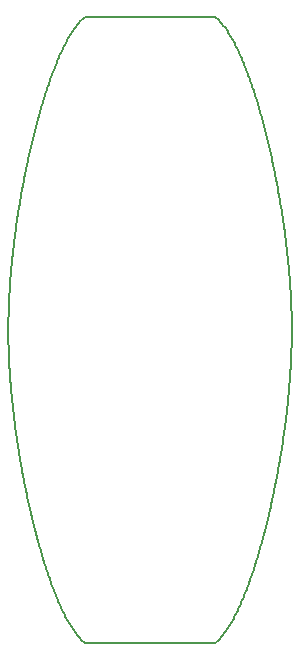
<source format=gbr>
G04 #@! TF.GenerationSoftware,KiCad,Pcbnew,5.1.5*
G04 #@! TF.CreationDate,2020-03-24T00:38:53+03:00*
G04 #@! TF.ProjectId,nordic-switch,6e6f7264-6963-42d7-9377-697463682e6b,1.0*
G04 #@! TF.SameCoordinates,Original*
G04 #@! TF.FileFunction,Profile,NP*
%FSLAX46Y46*%
G04 Gerber Fmt 4.6, Leading zero omitted, Abs format (unit mm)*
G04 Created by KiCad (PCBNEW 5.1.5) date 2020-03-24 00:38:53*
%MOMM*%
%LPD*%
G04 APERTURE LIST*
%ADD10C,0.200000*%
G04 APERTURE END LIST*
D10*
X132400000Y-99750000D02*
X132400448Y-99543045D01*
X132400448Y-99543045D02*
X132401733Y-99342935D01*
X132401733Y-99342935D02*
X132403991Y-99130428D01*
X132403991Y-99130428D02*
X132407036Y-98924844D01*
X132407036Y-98924844D02*
X132410847Y-98722398D01*
X132410847Y-98722398D02*
X132415562Y-98515326D01*
X132415562Y-98515326D02*
X132420999Y-98311465D01*
X132420999Y-98311465D02*
X132426977Y-98114818D01*
X132426977Y-98114818D02*
X132434116Y-97905724D01*
X132434116Y-97905724D02*
X132441440Y-97711837D01*
X132441440Y-97711837D02*
X132449797Y-97509475D01*
X132449797Y-97509475D02*
X132459083Y-97302574D01*
X132459083Y-97302574D02*
X132468335Y-97111100D01*
X132468335Y-97111100D02*
X132478238Y-96919173D01*
X132478238Y-96919173D02*
X132488786Y-96726817D01*
X132488786Y-96726817D02*
X132499970Y-96534042D01*
X132499970Y-96534042D02*
X132511791Y-96340872D01*
X132511791Y-96340872D02*
X132523976Y-96151359D01*
X132523976Y-96151359D02*
X132537318Y-95953416D01*
X132537318Y-95953416D02*
X132551015Y-95759166D01*
X132551015Y-95759166D02*
X132565328Y-95564592D01*
X132565328Y-95564592D02*
X132580251Y-95369712D01*
X132580251Y-95369712D02*
X132595782Y-95174547D01*
X132595782Y-95174547D02*
X132611570Y-94983185D01*
X132611570Y-94983185D02*
X132627578Y-94795663D01*
X132627578Y-94795663D02*
X132644495Y-94603845D01*
X132644495Y-94603845D02*
X132662355Y-94407730D01*
X132662355Y-94407730D02*
X132679627Y-94223693D01*
X132679627Y-94223693D02*
X132699819Y-94014929D01*
X132699819Y-94014929D02*
X132719413Y-93818279D01*
X132719413Y-93818279D02*
X132739578Y-93621488D01*
X132739578Y-93621488D02*
X132759867Y-93428671D01*
X132759867Y-93428671D02*
X132779796Y-93243968D01*
X132779796Y-93243968D02*
X132800214Y-93059186D01*
X132800214Y-93059186D02*
X132822055Y-92866124D01*
X132822055Y-92866124D02*
X132842978Y-92685339D01*
X132842978Y-92685339D02*
X132866322Y-92488083D01*
X132866322Y-92488083D02*
X132888694Y-92303137D01*
X132888694Y-92303137D02*
X132912560Y-92109970D01*
X132912560Y-92109970D02*
X132935362Y-91929148D01*
X132935362Y-91929148D02*
X132960739Y-91731919D01*
X132960739Y-91731919D02*
X132986635Y-91534741D01*
X132986635Y-91534741D02*
X133013044Y-91337631D01*
X133013044Y-91337631D02*
X133037133Y-91161126D01*
X133037133Y-91161126D02*
X133062205Y-90980605D01*
X133062205Y-90980605D02*
X133087696Y-90800183D01*
X133087696Y-90800183D02*
X133114198Y-90615784D01*
X133114198Y-90615784D02*
X133143548Y-90415147D01*
X133143548Y-90415147D02*
X133172178Y-90222868D01*
X133172178Y-90222868D02*
X133199399Y-90043028D01*
X133199399Y-90043028D02*
X133227022Y-89863364D01*
X133227022Y-89863364D02*
X133254404Y-89687965D01*
X133254404Y-89687965D02*
X133285413Y-89492399D01*
X133285413Y-89492399D02*
X133314907Y-89309293D01*
X133314907Y-89309293D02*
X133346813Y-89114247D01*
X133346813Y-89114247D02*
X133376459Y-88935713D01*
X133376459Y-88935713D02*
X133414051Y-88712915D01*
X133414051Y-88712915D02*
X133444549Y-88534990D01*
X133444549Y-88534990D02*
X133476123Y-88353326D01*
X133476123Y-88353326D02*
X133509508Y-88163929D01*
X133509508Y-88163929D02*
X133541864Y-87982939D01*
X133541864Y-87982939D02*
X133578987Y-87778242D01*
X133578987Y-87778242D02*
X133620302Y-87554026D01*
X133620302Y-87554026D02*
X133653163Y-87378279D01*
X133653163Y-87378279D02*
X133686369Y-87202914D01*
X133686369Y-87202914D02*
X133719919Y-87027949D01*
X133719919Y-87027949D02*
X133753812Y-86853398D01*
X133753812Y-86853398D02*
X133792732Y-86655564D01*
X133792732Y-86655564D02*
X133830499Y-86466184D01*
X133830499Y-86466184D02*
X133867059Y-86285205D01*
X133867059Y-86285205D02*
X133912045Y-86065585D01*
X133912045Y-86065585D02*
X133947757Y-85893584D01*
X133947757Y-85893584D02*
X133987898Y-85702634D01*
X133987898Y-85702634D02*
X134023441Y-85535597D01*
X134023441Y-85535597D02*
X134061794Y-85357473D01*
X134061794Y-85357473D02*
X134098788Y-85187653D01*
X134098788Y-85187653D02*
X134136084Y-85018399D01*
X134136084Y-85018399D02*
X134172823Y-84853552D01*
X134172823Y-84853552D02*
X134211566Y-84681640D01*
X134211566Y-84681640D02*
X134249744Y-84514162D01*
X134249744Y-84514162D02*
X134288210Y-84347306D01*
X134288210Y-84347306D02*
X134326956Y-84181083D01*
X134326956Y-84181083D02*
X134367764Y-84007998D01*
X134367764Y-84007998D02*
X134408873Y-83835638D01*
X134408873Y-83835638D02*
X134452084Y-83656575D01*
X134452084Y-83656575D02*
X134495616Y-83478338D01*
X134495616Y-83478338D02*
X134535794Y-83315690D01*
X134535794Y-83315690D02*
X134576232Y-83153769D01*
X134576232Y-83153769D02*
X134620641Y-82977966D01*
X134620641Y-82977966D02*
X134661612Y-82817601D01*
X134661612Y-82817601D02*
X134702831Y-82658002D01*
X134702831Y-82658002D02*
X134744298Y-82499182D01*
X134744298Y-82499182D02*
X134788857Y-82330411D01*
X134788857Y-82330411D02*
X134834644Y-82159003D01*
X134834644Y-82159003D02*
X134877821Y-81999199D01*
X134877821Y-81999199D02*
X134923176Y-81833229D01*
X134923176Y-81833229D02*
X134966841Y-81675237D01*
X134966841Y-81675237D02*
X135011718Y-81514671D01*
X135011718Y-81514671D02*
X135055849Y-81358530D01*
X135055849Y-81358530D02*
X135102180Y-81196453D01*
X135102180Y-81196453D02*
X135149749Y-81032001D01*
X135149749Y-81032001D02*
X135195565Y-80875437D01*
X135195565Y-80875437D02*
X135242609Y-80716536D01*
X135242609Y-80716536D02*
X135293911Y-80545345D01*
X135293911Y-80545345D02*
X135343447Y-80382103D01*
X135343447Y-80382103D02*
X135393221Y-80220088D01*
X135393221Y-80220088D02*
X135444252Y-80056051D01*
X135444252Y-80056051D02*
X135493461Y-79899815D01*
X135493461Y-79899815D02*
X135542885Y-79744815D01*
X135542885Y-79744815D02*
X135593550Y-79587876D01*
X135593550Y-79587876D02*
X135644431Y-79432263D01*
X135644431Y-79432263D02*
X135697604Y-79271724D01*
X135697604Y-79271724D02*
X135750996Y-79112663D01*
X135750996Y-79112663D02*
X135802497Y-78961252D01*
X135802497Y-78961252D02*
X135858416Y-78799060D01*
X135858416Y-78799060D02*
X135912431Y-78644566D01*
X135912431Y-78644566D02*
X135968769Y-78485668D01*
X135968769Y-78485668D02*
X136022107Y-78337338D01*
X136022107Y-78337338D02*
X136075622Y-78190554D01*
X136075622Y-78190554D02*
X136131460Y-78039561D01*
X136131460Y-78039561D02*
X136189638Y-77884583D01*
X136189638Y-77884583D02*
X136252330Y-77720216D01*
X136252330Y-77720216D02*
X136308715Y-77574725D01*
X136308715Y-77574725D02*
X136365260Y-77431024D01*
X136365260Y-77431024D02*
X136424143Y-77283719D01*
X136424143Y-77283719D02*
X136483188Y-77138398D01*
X136483188Y-77138398D02*
X136544579Y-76989818D01*
X136544579Y-76989818D02*
X136608331Y-76838242D01*
X136608331Y-76838242D02*
X136670034Y-76694149D01*
X136670034Y-76694149D02*
X136731881Y-76552306D01*
X136731881Y-76552306D02*
X136793861Y-76412742D01*
X136793861Y-76412742D02*
X136858191Y-76270626D01*
X136858191Y-76270626D02*
X136924873Y-76126249D01*
X136924873Y-76126249D02*
X136989453Y-75989269D01*
X136989453Y-75989269D02*
X137056377Y-75850273D01*
X137056377Y-75850273D02*
X137123411Y-75714068D01*
X137123411Y-75714068D02*
X137190546Y-75580687D01*
X137190546Y-75580687D02*
X137260012Y-75445863D01*
X137260012Y-75445863D02*
X137329567Y-75314135D01*
X137329567Y-75314135D02*
X137401445Y-75181444D01*
X137401445Y-75181444D02*
X137475644Y-75048150D01*
X137475644Y-75048150D02*
X137549905Y-74918500D01*
X137549905Y-74918500D02*
X137624218Y-74792541D01*
X137624218Y-74792541D02*
X137700823Y-74666677D01*
X137700823Y-74666677D02*
X137779708Y-74541311D01*
X137779708Y-74541311D02*
X137860862Y-74416868D01*
X137860862Y-74416868D02*
X137944269Y-74293792D01*
X137944269Y-74293792D02*
X138027658Y-74175676D01*
X138027658Y-74175676D02*
X138113264Y-74059597D01*
X138113264Y-74059597D02*
X138201063Y-73946051D01*
X138201063Y-73946051D02*
X138293280Y-73832868D01*
X138293280Y-73832868D02*
X138387627Y-73723594D01*
X138387627Y-73723594D02*
X138490799Y-73611774D01*
X138490799Y-73611774D02*
X138591529Y-73510455D01*
X138591529Y-73510455D02*
X138696493Y-73413288D01*
X138696493Y-73413288D02*
X138805622Y-73321545D01*
X138805622Y-73321545D02*
X138900000Y-73250000D01*
X156400000Y-99750000D02*
X156399494Y-99968472D01*
X156399494Y-99968472D02*
X156398162Y-100168628D01*
X156398162Y-100168628D02*
X156395953Y-100373436D01*
X156395953Y-100373436D02*
X156392956Y-100575148D01*
X156392956Y-100575148D02*
X156389228Y-100773695D01*
X156389228Y-100773695D02*
X156384528Y-100980753D01*
X156384528Y-100980753D02*
X156379105Y-101184600D01*
X156379105Y-101184600D02*
X156372886Y-101389112D01*
X156372886Y-101389112D02*
X156365733Y-101598220D01*
X156365733Y-101598220D02*
X156358083Y-101800044D01*
X156358083Y-101800044D02*
X156350025Y-101994492D01*
X156350025Y-101994492D02*
X156341094Y-102193434D01*
X156341094Y-102193434D02*
X156331656Y-102388892D01*
X156331656Y-102388892D02*
X156321755Y-102580816D01*
X156321755Y-102580816D02*
X156311209Y-102773177D01*
X156311209Y-102773177D02*
X156299060Y-102982031D01*
X156299060Y-102982031D02*
X156287187Y-103175235D01*
X156287187Y-103175235D02*
X156274683Y-103368813D01*
X156274683Y-103368813D02*
X156261836Y-103558708D01*
X156261836Y-103558708D02*
X156248101Y-103752978D01*
X156248101Y-103752978D02*
X156233444Y-103951630D01*
X156233444Y-103951630D02*
X156216873Y-104166850D01*
X156216873Y-104166850D02*
X156201895Y-104353931D01*
X156201895Y-104353931D02*
X156185332Y-104553477D01*
X156185332Y-104553477D02*
X156167075Y-104765524D01*
X156167075Y-104765524D02*
X156149977Y-104957411D01*
X156149977Y-104957411D02*
X156133080Y-105141321D01*
X156133080Y-105141321D02*
X156115671Y-105325401D01*
X156115671Y-105325401D02*
X156097350Y-105513730D01*
X156097350Y-105513730D02*
X156078919Y-105698106D01*
X156078919Y-105698106D02*
X156058711Y-105894913D01*
X156058711Y-105894913D02*
X156037934Y-106091837D01*
X156037934Y-106091837D02*
X156018399Y-106272445D01*
X156018399Y-106272445D02*
X155998399Y-106453127D01*
X155998399Y-106453127D02*
X155977935Y-106633867D01*
X155977935Y-106633867D02*
X155957013Y-106814653D01*
X155957013Y-106814653D02*
X155935636Y-106995470D01*
X155935636Y-106995470D02*
X155913807Y-107176306D01*
X155913807Y-107176306D02*
X155891530Y-107357142D01*
X155891530Y-107357142D02*
X155868809Y-107537969D01*
X155868809Y-107537969D02*
X155843520Y-107735207D01*
X155843520Y-107735207D02*
X155819881Y-107915965D01*
X155819881Y-107915965D02*
X155795256Y-108100775D01*
X155795256Y-108100775D02*
X155771307Y-108277304D01*
X155771307Y-108277304D02*
X155746951Y-108453754D01*
X155746951Y-108453754D02*
X155721612Y-108634212D01*
X155721612Y-108634212D02*
X155695264Y-108818657D01*
X155695264Y-108818657D02*
X155669681Y-108994784D01*
X155669681Y-108994784D02*
X155643100Y-109174868D01*
X155643100Y-109174868D02*
X155614871Y-109362976D01*
X155614871Y-109362976D02*
X155587457Y-109542734D01*
X155587457Y-109542734D02*
X155560278Y-109718230D01*
X155560278Y-109718230D02*
X155532723Y-109893541D01*
X155532723Y-109893541D02*
X155498242Y-110109346D01*
X155498242Y-110109346D02*
X155467191Y-110300446D01*
X155467191Y-110300446D02*
X155437726Y-110479101D01*
X155437726Y-110479101D02*
X155407197Y-110661550D01*
X155407197Y-110661550D02*
X155377654Y-110835629D01*
X155377654Y-110835629D02*
X155337947Y-111065966D01*
X155337947Y-111065966D02*
X155301891Y-111271627D01*
X155301891Y-111271627D02*
X155269673Y-111452739D01*
X155269673Y-111452739D02*
X155232699Y-111657581D01*
X155232699Y-111657581D02*
X155199678Y-111837934D01*
X155199678Y-111837934D02*
X155164797Y-112025899D01*
X155164797Y-112025899D02*
X155122712Y-112249291D01*
X155122712Y-112249291D02*
X155081603Y-112464100D01*
X155081603Y-112464100D02*
X155047728Y-112638669D01*
X155047728Y-112638669D02*
X155005693Y-112852328D01*
X155005693Y-112852328D02*
X154970283Y-113029869D01*
X154970283Y-113029869D02*
X154934528Y-113206928D01*
X154934528Y-113206928D02*
X154896821Y-113391329D01*
X154896821Y-113391329D02*
X154862004Y-113559547D01*
X154862004Y-113559547D02*
X154826064Y-113731181D01*
X154826064Y-113731181D02*
X154789809Y-113902302D01*
X154789809Y-113902302D02*
X154752410Y-114076761D01*
X154752410Y-114076761D02*
X154714691Y-114250650D01*
X154714691Y-114250650D02*
X154674957Y-114431645D01*
X154674957Y-114431645D02*
X154638306Y-114596662D01*
X154638306Y-114596662D02*
X154598788Y-114772569D01*
X154598788Y-114772569D02*
X154561557Y-114936410D01*
X154561557Y-114936410D02*
X154523177Y-115103453D01*
X154523177Y-115103453D02*
X154483631Y-115273639D01*
X154483631Y-115273639D02*
X154442902Y-115446910D01*
X154442902Y-115446910D02*
X154402768Y-115615719D01*
X154402768Y-115615719D02*
X154359643Y-115795002D01*
X154359643Y-115795002D02*
X154317106Y-115969756D01*
X154317106Y-115969756D02*
X154275183Y-116140016D01*
X154275183Y-116140016D02*
X154231132Y-116316837D01*
X154231132Y-116316837D02*
X154190481Y-116478157D01*
X154190481Y-116478157D02*
X154149579Y-116638730D01*
X154149579Y-116638730D02*
X154106551Y-116805788D01*
X154106551Y-116805788D02*
X154065140Y-116964784D01*
X154065140Y-116964784D02*
X154022539Y-117126578D01*
X154022539Y-117126578D02*
X153976821Y-117298228D01*
X153976821Y-117298228D02*
X153931785Y-117465356D01*
X153931785Y-117465356D02*
X153884554Y-117638580D01*
X153884554Y-117638580D02*
X153837040Y-117810748D01*
X153837040Y-117810748D02*
X153791209Y-117974880D01*
X153791209Y-117974880D02*
X153747091Y-118131081D01*
X153747091Y-118131081D02*
X153701761Y-118289785D01*
X153701761Y-118289785D02*
X153652229Y-118461161D01*
X153652229Y-118461161D02*
X153605424Y-118621162D01*
X153605424Y-118621162D02*
X153558386Y-118780086D01*
X153558386Y-118780086D02*
X153512131Y-118934572D01*
X153512131Y-118934572D02*
X153456544Y-119117888D01*
X153456544Y-119117888D02*
X153408806Y-119273316D01*
X153408806Y-119273316D02*
X153359832Y-119430866D01*
X153359832Y-119430866D02*
X153310640Y-119587204D01*
X153310640Y-119587204D02*
X153261235Y-119742308D01*
X153261235Y-119742308D02*
X153211622Y-119896162D01*
X153211622Y-119896162D02*
X153160764Y-120051913D01*
X153160764Y-120051913D02*
X153109698Y-120206319D01*
X153109698Y-120206319D02*
X153057383Y-120362476D01*
X153057383Y-120362476D02*
X153005916Y-120514115D01*
X153005916Y-120514115D02*
X152954256Y-120664352D01*
X152954256Y-120664352D02*
X152901347Y-120816193D01*
X152901347Y-120816193D02*
X152848249Y-120966533D01*
X152848249Y-120966533D02*
X152794970Y-121115355D01*
X152794970Y-121115355D02*
X152737227Y-121274352D01*
X152737227Y-121274352D02*
X152681432Y-121425738D01*
X152681432Y-121425738D02*
X152623297Y-121581130D01*
X152623297Y-121581130D02*
X152564975Y-121734650D01*
X152564975Y-121734650D02*
X152508643Y-121880689D01*
X152508643Y-121880689D02*
X152447794Y-122035965D01*
X152447794Y-122035965D02*
X152386764Y-122189141D01*
X152386764Y-122189141D02*
X152325562Y-122340191D01*
X152325562Y-122340191D02*
X152262000Y-122494361D01*
X152262000Y-122494361D02*
X152202666Y-122635789D01*
X152202666Y-122635789D02*
X152140988Y-122780277D01*
X152140988Y-122780277D02*
X152076954Y-122927561D01*
X152076954Y-122927561D02*
X152014991Y-123067452D01*
X152014991Y-123067452D02*
X151950681Y-123209908D01*
X151950681Y-123209908D02*
X151884016Y-123354647D01*
X151884016Y-123354647D02*
X151819452Y-123491979D01*
X151819452Y-123491979D02*
X151752544Y-123631343D01*
X151752544Y-123631343D02*
X151685524Y-123767924D01*
X151685524Y-123767924D02*
X151616165Y-123906095D01*
X151616165Y-123906095D02*
X151546706Y-124041213D01*
X151546706Y-124041213D02*
X151477159Y-124173243D01*
X151477159Y-124173243D02*
X151405286Y-124306248D01*
X151405286Y-124306248D02*
X151333345Y-124435877D01*
X151333345Y-124435877D02*
X151259088Y-124565970D01*
X151259088Y-124565970D02*
X151182530Y-124696152D01*
X151182530Y-124696152D02*
X151105928Y-124822370D01*
X151105928Y-124822370D02*
X151024791Y-124951633D01*
X151024791Y-124951633D02*
X150945891Y-125072929D01*
X150945891Y-125072929D02*
X150864737Y-125193128D01*
X150864737Y-125193128D02*
X150781347Y-125311786D01*
X150781347Y-125311786D02*
X150695735Y-125428427D01*
X150695735Y-125428427D02*
X150607931Y-125542557D01*
X150607931Y-125542557D02*
X150517952Y-125653662D01*
X150517952Y-125653662D02*
X150421342Y-125766283D01*
X150421342Y-125766283D02*
X150324879Y-125871737D01*
X150324879Y-125871737D02*
X150215172Y-125983032D01*
X150215172Y-125983032D02*
X150110191Y-126080769D01*
X150110191Y-126080769D02*
X150001042Y-126173113D01*
X150001042Y-126173113D02*
X149900000Y-126250000D01*
X149900000Y-73250000D02*
X150014389Y-73337657D01*
X150014389Y-73337657D02*
X150123578Y-73431204D01*
X150123578Y-73431204D02*
X150230827Y-73532274D01*
X150230827Y-73532274D02*
X150331605Y-73635378D01*
X150331605Y-73635378D02*
X150430324Y-73743883D01*
X150430324Y-73743883D02*
X150524698Y-73854450D01*
X150524698Y-73854450D02*
X150614682Y-73966011D01*
X150614682Y-73966011D02*
X150702491Y-74080577D01*
X150702491Y-74080577D02*
X150788107Y-74197639D01*
X150788107Y-74197639D02*
X150876007Y-74323276D01*
X150876007Y-74323276D02*
X150957164Y-74444124D01*
X150957164Y-74444124D02*
X151036061Y-74566041D01*
X151036061Y-74566041D02*
X151114942Y-74692263D01*
X151114942Y-74692263D02*
X151193793Y-74822737D01*
X151193793Y-74822737D02*
X151268093Y-74949594D01*
X151268093Y-74949594D02*
X151342340Y-75080131D01*
X151342340Y-75080131D02*
X151414274Y-75210184D01*
X151414274Y-75210184D02*
X151486138Y-75343608D01*
X151486138Y-75343608D02*
X151555674Y-75476039D01*
X151555674Y-75476039D02*
X151625122Y-75611556D01*
X151625122Y-75611556D02*
X151692230Y-75745598D01*
X151692230Y-75745598D02*
X151759240Y-75882458D01*
X151759240Y-75882458D02*
X151828363Y-76026802D01*
X151828363Y-76026802D02*
X151892913Y-76164486D01*
X151892913Y-76164486D02*
X151957339Y-76304701D01*
X151957339Y-76304701D02*
X152021635Y-76447418D01*
X152021635Y-76447418D02*
X152083585Y-76587555D01*
X152083585Y-76587555D02*
X152145398Y-76729961D01*
X152145398Y-76729961D02*
X152207065Y-76874611D01*
X152207065Y-76874611D02*
X152268581Y-77021472D01*
X152268581Y-77021472D02*
X152327751Y-77165159D01*
X152327751Y-77165159D02*
X152386764Y-77310849D01*
X152386764Y-77310849D02*
X152445618Y-77458519D01*
X152445618Y-77458519D02*
X152502132Y-77602565D01*
X152502132Y-77602565D02*
X152558485Y-77748398D01*
X152558485Y-77748398D02*
X152614670Y-77895997D01*
X152614670Y-77895997D02*
X152674980Y-78056897D01*
X152674980Y-78056897D02*
X152730799Y-78208086D01*
X152730799Y-78208086D02*
X152786429Y-78360967D01*
X152786429Y-78360967D02*
X152841866Y-78515518D01*
X152841866Y-78515518D02*
X152900287Y-78680776D01*
X152900287Y-78680776D02*
X152952142Y-78829536D01*
X152952142Y-78829536D02*
X153004863Y-78982796D01*
X153004863Y-78982796D02*
X153057383Y-79137515D01*
X153057383Y-79137515D02*
X153109698Y-79293671D01*
X153109698Y-79293671D02*
X153160764Y-79448079D01*
X153160764Y-79448079D02*
X153211622Y-79603830D01*
X153211622Y-79603830D02*
X153264329Y-79767342D01*
X153264329Y-79767342D02*
X153313721Y-79922524D01*
X153313721Y-79922524D02*
X153362899Y-80078937D01*
X153362899Y-80078937D02*
X153411860Y-80236563D01*
X153411860Y-80236563D02*
X153459583Y-80392063D01*
X153459583Y-80392063D02*
X153508098Y-80552034D01*
X153508098Y-80552034D02*
X153558386Y-80719905D01*
X153558386Y-80719905D02*
X153605424Y-80878830D01*
X153605424Y-80878830D02*
X153652229Y-81038831D01*
X153652229Y-81038831D02*
X153699786Y-81203329D01*
X153699786Y-81203329D02*
X153749057Y-81375833D01*
X153749057Y-81375833D02*
X153799029Y-81552981D01*
X153799029Y-81552981D02*
X153846761Y-81724293D01*
X153846761Y-81724293D02*
X153891319Y-81886093D01*
X153891319Y-81886093D02*
X153937548Y-82055918D01*
X153937548Y-82055918D02*
X153980641Y-82216031D01*
X153980641Y-82216031D02*
X154026335Y-82387762D01*
X154026335Y-82387762D02*
X154072686Y-82564058D01*
X154072686Y-82564058D02*
X154116864Y-82734078D01*
X154116864Y-82734078D02*
X154157967Y-82894044D01*
X154157967Y-82894044D02*
X154199742Y-83058432D01*
X154199742Y-83058432D02*
X154240335Y-83219922D01*
X154240335Y-83219922D02*
X154284323Y-83396927D01*
X154284323Y-83396927D02*
X154327995Y-83574780D01*
X154327995Y-83574780D02*
X154371354Y-83753467D01*
X154371354Y-83753467D02*
X154412605Y-83925475D01*
X154412605Y-83925475D02*
X154453557Y-84098214D01*
X154453557Y-84098214D02*
X154492445Y-84264114D01*
X154492445Y-84264114D02*
X154534545Y-84445827D01*
X154534545Y-84445827D02*
X154572842Y-84613053D01*
X154572842Y-84613053D02*
X154612569Y-84788533D01*
X154612569Y-84788533D02*
X154651124Y-84960831D01*
X154651124Y-84960831D02*
X154687675Y-85126040D01*
X154687675Y-85126040D02*
X154724781Y-85295657D01*
X154724781Y-85295657D02*
X154762415Y-85469699D01*
X154762415Y-85469699D02*
X154801379Y-85652081D01*
X154801379Y-85652081D02*
X154838352Y-85827265D01*
X154838352Y-85827265D02*
X154873373Y-85995160D01*
X154873373Y-85995160D02*
X154908895Y-86167454D01*
X154908895Y-86167454D02*
X154944893Y-86344165D01*
X154944893Y-86344165D02*
X154982124Y-86529250D01*
X154982124Y-86529250D02*
X155017420Y-86706947D01*
X155017420Y-86706947D02*
X155053912Y-86893031D01*
X155053912Y-86893031D02*
X155087726Y-87067677D01*
X155087726Y-87067677D02*
X155130269Y-87290547D01*
X155130269Y-87290547D02*
X155163304Y-87466105D01*
X155163304Y-87466105D02*
X155195985Y-87642041D01*
X155195985Y-87642041D02*
X155239987Y-87882539D01*
X155239987Y-87882539D02*
X155271832Y-88059314D01*
X155271832Y-88059314D02*
X155308999Y-88268656D01*
X155308999Y-88268656D02*
X155342855Y-88462286D01*
X155342855Y-88462286D02*
X155379727Y-88676498D01*
X155379727Y-88676498D02*
X155409244Y-88850595D01*
X155409244Y-88850595D02*
X155439748Y-89033064D01*
X155439748Y-89033064D02*
X155473834Y-89240180D01*
X155473834Y-89240180D02*
X155506098Y-89439479D01*
X155506098Y-89439479D02*
X155534658Y-89618673D01*
X155534658Y-89618673D02*
X155564729Y-89810317D01*
X155564729Y-89810317D02*
X155593097Y-89994011D01*
X155593097Y-89994011D02*
X155620429Y-90173804D01*
X155620429Y-90173804D02*
X155649783Y-90370130D01*
X155649783Y-90370130D02*
X155678053Y-90562537D01*
X155678053Y-90562537D02*
X155706442Y-90759195D01*
X155706442Y-90759195D02*
X155734335Y-90955996D01*
X155734335Y-90955996D02*
X155759462Y-91136503D01*
X155759462Y-91136503D02*
X155784725Y-91321209D01*
X155784725Y-91321209D02*
X155808447Y-91497777D01*
X155808447Y-91497777D02*
X155834437Y-91694943D01*
X155834437Y-91694943D02*
X155858335Y-91879837D01*
X155858335Y-91879837D02*
X155882803Y-92072982D01*
X155882803Y-92072982D02*
X155905757Y-92257928D01*
X155905757Y-92257928D02*
X155927750Y-92438764D01*
X155927750Y-92438764D02*
X155949293Y-92619590D01*
X155949293Y-92619590D02*
X155972275Y-92816823D01*
X155972275Y-92816823D02*
X155992863Y-92997577D01*
X155992863Y-92997577D02*
X156013442Y-93182381D01*
X156013442Y-93182381D02*
X156034417Y-93375323D01*
X156034417Y-93375323D02*
X156053998Y-93559960D01*
X156053998Y-93559960D02*
X156073502Y-93748598D01*
X156073502Y-93748598D02*
X156092077Y-93933010D01*
X156092077Y-93933010D02*
X156111339Y-94129570D01*
X156111339Y-94129570D02*
X156130022Y-94325956D01*
X156130022Y-94325956D02*
X156147754Y-94518069D01*
X156147754Y-94518069D02*
X156164206Y-94701820D01*
X156164206Y-94701820D02*
X156180833Y-94893528D01*
X156180833Y-94893528D02*
X156197561Y-95093146D01*
X156197561Y-95093146D02*
X156213664Y-95292491D01*
X156213664Y-95292491D02*
X156228210Y-95479368D01*
X156228210Y-95479368D02*
X156244276Y-95694344D01*
X156244276Y-95694344D02*
X156258460Y-95892748D01*
X156258460Y-95892748D02*
X156271461Y-96082726D01*
X156271461Y-96082726D02*
X156284120Y-96276397D01*
X156284120Y-96276397D02*
X156296396Y-96473718D01*
X156296396Y-96473718D02*
X156308241Y-96674647D01*
X156308241Y-96674647D02*
X156318962Y-96867119D01*
X156318962Y-96867119D02*
X156329241Y-97063160D01*
X156329241Y-97063160D02*
X156338846Y-97258736D01*
X156338846Y-97258736D02*
X156347945Y-97457802D01*
X156347945Y-97457802D02*
X156356172Y-97652378D01*
X156356172Y-97652378D02*
X156364146Y-97858292D01*
X156364146Y-97858292D02*
X156370945Y-98051763D01*
X156370945Y-98051763D02*
X156377159Y-98248604D01*
X156377159Y-98248604D02*
X156382638Y-98444834D01*
X156382638Y-98444834D02*
X156387466Y-98644342D01*
X156387466Y-98644342D02*
X156391587Y-98847066D01*
X156391587Y-98847066D02*
X156394897Y-99049063D01*
X156394897Y-99049063D02*
X156397430Y-99254174D01*
X156397430Y-99254174D02*
X156399150Y-99466173D01*
X156399150Y-99466173D02*
X156399929Y-99669621D01*
X156399929Y-99669621D02*
X156400000Y-99750000D01*
X149900000Y-126250000D02*
X138900000Y-126250000D01*
X138900000Y-126250000D02*
X138785603Y-126162334D01*
X138785603Y-126162334D02*
X138671951Y-126064762D01*
X138671951Y-126064762D02*
X138564687Y-125963305D01*
X138564687Y-125963305D02*
X138463902Y-125859847D01*
X138463902Y-125859847D02*
X138367422Y-125753555D01*
X138367422Y-125753555D02*
X138270797Y-125640107D01*
X138270797Y-125640107D02*
X138180808Y-125528245D01*
X138180808Y-125528245D02*
X138092993Y-125413384D01*
X138092993Y-125413384D02*
X138007378Y-125296043D01*
X138007378Y-125296043D02*
X137919472Y-125170122D01*
X137919472Y-125170122D02*
X137838317Y-125049018D01*
X137838317Y-125049018D02*
X137759423Y-124926855D01*
X137759423Y-124926855D02*
X137680543Y-124800388D01*
X137680543Y-124800388D02*
X137603947Y-124673466D01*
X137603947Y-124673466D02*
X137527397Y-124542590D01*
X137527397Y-124542590D02*
X137453153Y-124411831D01*
X137453153Y-124411831D02*
X137381221Y-124281566D01*
X137381221Y-124281566D02*
X137307121Y-124143702D01*
X137307121Y-124143702D02*
X137235352Y-124006637D01*
X137235352Y-124006637D02*
X137165920Y-123870728D01*
X137165920Y-123870728D02*
X137098820Y-123736306D01*
X137098820Y-123736306D02*
X137031827Y-123599074D01*
X137031827Y-123599074D02*
X136962717Y-123454350D01*
X136962717Y-123454350D02*
X136898185Y-123316314D01*
X136898185Y-123316314D02*
X136831555Y-123170860D01*
X136831555Y-123170860D02*
X136769497Y-123032694D01*
X136769497Y-123032694D02*
X136705358Y-122887173D01*
X136705358Y-122887173D02*
X136641368Y-122739223D01*
X136641368Y-122739223D02*
X136579731Y-122594096D01*
X136579731Y-122594096D02*
X136520442Y-122452063D01*
X136520442Y-122452063D02*
X136459113Y-122302630D01*
X136459113Y-122302630D02*
X136400135Y-122156496D01*
X136400135Y-122156496D02*
X136341317Y-122008391D01*
X136341317Y-122008391D02*
X136284839Y-121863929D01*
X136284839Y-121863929D02*
X136226361Y-121712025D01*
X136226361Y-121712025D02*
X136163757Y-121546759D01*
X136163757Y-121546759D02*
X136107814Y-121396757D01*
X136107814Y-121396757D02*
X136052056Y-121245046D01*
X136052056Y-121245046D02*
X135996482Y-121091646D01*
X135996482Y-121091646D02*
X135938978Y-120930589D01*
X135938978Y-120930589D02*
X135885928Y-120779886D01*
X135885928Y-120779886D02*
X135830957Y-120621570D01*
X135830957Y-120621570D02*
X135777250Y-120464755D01*
X135777250Y-120464755D02*
X135725844Y-120312662D01*
X135725844Y-120312662D02*
X135668382Y-120140310D01*
X135668382Y-120140310D02*
X135617406Y-119985324D01*
X135617406Y-119985324D02*
X135564573Y-119822598D01*
X135564573Y-119822598D02*
X135515060Y-119668144D01*
X135515060Y-119668144D02*
X135460630Y-119496155D01*
X135460630Y-119496155D02*
X135411565Y-119339107D01*
X135411565Y-119339107D02*
X135363735Y-119184166D01*
X135363735Y-119184166D02*
X135315112Y-119024756D01*
X135315112Y-119024756D02*
X135267723Y-118867535D01*
X135267723Y-118867535D02*
X135221560Y-118712592D01*
X135221560Y-118712592D02*
X135174622Y-118553207D01*
X135174622Y-118553207D02*
X135126926Y-118389329D01*
X135126926Y-118389329D02*
X135078491Y-118220904D01*
X135078491Y-118220904D02*
X135032284Y-118058303D01*
X135032284Y-118058303D02*
X134985348Y-117891193D01*
X134985348Y-117891193D02*
X134937706Y-117719528D01*
X134937706Y-117719528D02*
X134892268Y-117553867D01*
X134892268Y-117553867D02*
X134849009Y-117394352D01*
X134849009Y-117394352D02*
X134804088Y-117226825D01*
X134804088Y-117226825D02*
X134757542Y-117051179D01*
X134757542Y-117051179D02*
X134713175Y-116881769D01*
X134713175Y-116881769D02*
X134671893Y-116722364D01*
X134671893Y-116722364D02*
X134630862Y-116562190D01*
X134630862Y-116562190D02*
X134589153Y-116397591D01*
X134589153Y-116397591D02*
X134545880Y-116224853D01*
X134545880Y-116224853D02*
X134504725Y-116058684D01*
X134504725Y-116058684D02*
X134462033Y-115884338D01*
X134462033Y-115884338D02*
X134418747Y-115705462D01*
X134418747Y-115705462D02*
X134378458Y-115537027D01*
X134378458Y-115537027D02*
X134333147Y-115345294D01*
X134333147Y-115345294D02*
X134294355Y-115179174D01*
X134294355Y-115179174D02*
X134255845Y-115012416D01*
X134255845Y-115012416D02*
X134218486Y-114848846D01*
X134218486Y-114848846D02*
X134177112Y-114665573D01*
X134177112Y-114665573D02*
X134139490Y-114496950D01*
X134139490Y-114496950D02*
X134097100Y-114304630D01*
X134097100Y-114304630D02*
X134060120Y-114134788D01*
X134060120Y-114134788D02*
X134021782Y-113956638D01*
X134021782Y-113956638D02*
X133985429Y-113785686D01*
X133985429Y-113785686D02*
X133949387Y-113614213D01*
X133949387Y-113614213D02*
X133903973Y-113395246D01*
X133903973Y-113395246D02*
X133868657Y-113222643D01*
X133868657Y-113222643D02*
X133833663Y-113049565D01*
X133833663Y-113049565D02*
X133797430Y-112868128D01*
X133797430Y-112868128D02*
X133763889Y-112698085D01*
X133763889Y-112698085D02*
X133730667Y-112527629D01*
X133730667Y-112527629D02*
X133692443Y-112328920D01*
X133692443Y-112328920D02*
X133659176Y-112153631D01*
X133659176Y-112153631D02*
X133626250Y-111977947D01*
X133626250Y-111977947D02*
X133593677Y-111801892D01*
X133593677Y-111801892D02*
X133560002Y-111617452D01*
X133560002Y-111617452D02*
X133528158Y-111440676D01*
X133528158Y-111440676D02*
X133490988Y-111231334D01*
X133490988Y-111231334D02*
X133457131Y-111037705D01*
X133457131Y-111037705D02*
X133420950Y-110827538D01*
X133420950Y-110827538D02*
X133390744Y-110649395D01*
X133390744Y-110649395D02*
X133360241Y-110466927D01*
X133360241Y-110466927D02*
X133331466Y-110292319D01*
X133331466Y-110292319D02*
X133301749Y-110109346D01*
X133301749Y-110109346D02*
X133273729Y-109934282D01*
X133273729Y-109934282D02*
X133242895Y-109738625D01*
X133242895Y-109738625D02*
X133213789Y-109550900D01*
X133213789Y-109550900D02*
X133186975Y-109375237D01*
X133186975Y-109375237D02*
X133160548Y-109199414D01*
X133160548Y-109199414D02*
X133128512Y-108982500D01*
X133128512Y-108982500D02*
X133102956Y-108806365D01*
X133102956Y-108806365D02*
X133076637Y-108621911D01*
X133076637Y-108621911D02*
X133051897Y-108445549D01*
X133051897Y-108445549D02*
X133027001Y-108264991D01*
X133027001Y-108264991D02*
X133002529Y-108084350D01*
X133002529Y-108084350D02*
X132977945Y-107899534D01*
X132977945Y-107899534D02*
X132952222Y-107702336D01*
X132952222Y-107702336D02*
X132929100Y-107521531D01*
X132929100Y-107521531D02*
X132906420Y-107340703D01*
X132906420Y-107340703D02*
X132884181Y-107159866D01*
X132884181Y-107159866D02*
X132862394Y-106979031D01*
X132862394Y-106979031D02*
X132840577Y-106794106D01*
X132840577Y-106794106D02*
X132815027Y-106572244D01*
X132815027Y-106572244D02*
X132794722Y-106391523D01*
X132794722Y-106391523D02*
X132774435Y-106206759D01*
X132774435Y-106206759D02*
X132753333Y-106009771D01*
X132753333Y-106009771D02*
X132732793Y-105812893D01*
X132732793Y-105812893D02*
X132712819Y-105616146D01*
X132712819Y-105616146D02*
X132694610Y-105431830D01*
X132694610Y-105431830D02*
X132676519Y-105243567D01*
X132676519Y-105243567D02*
X132659337Y-105059561D01*
X132659337Y-105059561D02*
X132641212Y-104859400D01*
X132641212Y-104859400D02*
X132624051Y-104663543D01*
X132624051Y-104663543D02*
X132607823Y-104471997D01*
X132607823Y-104471997D02*
X132591842Y-104276627D01*
X132591842Y-104276627D02*
X132576463Y-104081532D01*
X132576463Y-104081532D02*
X132561993Y-103890784D01*
X132561993Y-103890784D02*
X132547821Y-103696282D01*
X132547821Y-103696282D02*
X132533990Y-103498066D01*
X132533990Y-103498066D02*
X132521333Y-103308280D01*
X132521333Y-103308280D02*
X132509026Y-103114817D01*
X132509026Y-103114817D02*
X132496877Y-102913699D01*
X132496877Y-102913699D02*
X132485198Y-102709009D01*
X132485198Y-102709009D02*
X132474866Y-102516793D01*
X132474866Y-102516793D02*
X132465179Y-102325016D01*
X132465179Y-102325016D02*
X132456143Y-102133697D01*
X132456143Y-102133697D02*
X132447094Y-101926972D01*
X132447094Y-101926972D02*
X132439278Y-101732705D01*
X132439278Y-101732705D02*
X132431875Y-101531076D01*
X132431875Y-101531076D02*
X132425108Y-101326116D01*
X132425108Y-101326116D02*
X132419134Y-101121806D01*
X132419134Y-101121806D02*
X132413593Y-100902531D01*
X132413593Y-100902531D02*
X132409285Y-100699645D01*
X132409285Y-100699645D02*
X132405788Y-100497479D01*
X132405788Y-100497479D02*
X132403107Y-100296056D01*
X132403107Y-100296056D02*
X132401141Y-100080000D01*
X132401141Y-100080000D02*
X132400177Y-99880198D01*
X132400177Y-99880198D02*
X132400000Y-99750000D01*
X138900000Y-73250000D02*
X149900000Y-73250000D01*
M02*

</source>
